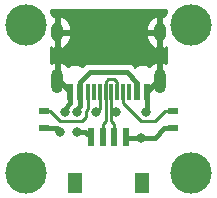
<source format=gtl>
G04 #@! TF.GenerationSoftware,KiCad,Pcbnew,(5.0.2)-1*
G04 #@! TF.CreationDate,2019-03-19T21:51:34-07:00*
G04 #@! TF.ProjectId,Unified-Daughterboard,556e6966-6965-4642-9d44-617567687465,rev?*
G04 #@! TF.SameCoordinates,Original*
G04 #@! TF.FileFunction,Copper,L1,Top*
G04 #@! TF.FilePolarity,Positive*
%FSLAX46Y46*%
G04 Gerber Fmt 4.6, Leading zero omitted, Abs format (unit mm)*
G04 Created by KiCad (PCBNEW (5.0.2)-1) date 3/19/2019 9:51:34 PM*
%MOMM*%
%LPD*%
G01*
G04 APERTURE LIST*
G04 #@! TA.AperFunction,ComponentPad*
%ADD10C,3.500000*%
G04 #@! TD*
G04 #@! TA.AperFunction,SMDPad,CuDef*
%ADD11R,0.600000X1.550000*%
G04 #@! TD*
G04 #@! TA.AperFunction,SMDPad,CuDef*
%ADD12R,1.200000X1.800000*%
G04 #@! TD*
G04 #@! TA.AperFunction,SMDPad,CuDef*
%ADD13R,0.900000X0.500000*%
G04 #@! TD*
G04 #@! TA.AperFunction,ComponentPad*
%ADD14O,1.000000X1.600000*%
G04 #@! TD*
G04 #@! TA.AperFunction,ComponentPad*
%ADD15O,1.000000X2.100000*%
G04 #@! TD*
G04 #@! TA.AperFunction,SMDPad,CuDef*
%ADD16R,0.300000X1.450000*%
G04 #@! TD*
G04 #@! TA.AperFunction,SMDPad,CuDef*
%ADD17R,0.600000X1.450000*%
G04 #@! TD*
G04 #@! TA.AperFunction,ViaPad*
%ADD18C,0.800000*%
G04 #@! TD*
G04 #@! TA.AperFunction,Conductor*
%ADD19C,0.250000*%
G04 #@! TD*
G04 #@! TA.AperFunction,Conductor*
%ADD20C,0.381000*%
G04 #@! TD*
G04 #@! TA.AperFunction,Conductor*
%ADD21C,0.254000*%
G04 #@! TD*
G04 APERTURE END LIST*
D10*
G04 #@! TO.P,MH1,1*
G04 #@! TO.N,GND*
X32000000Y-32000000D03*
G04 #@! TD*
G04 #@! TO.P,MH2,1*
G04 #@! TO.N,GND*
X46000000Y-32000000D03*
G04 #@! TD*
G04 #@! TO.P,MH3,1*
G04 #@! TO.N,GND*
X32000000Y-44500000D03*
G04 #@! TD*
G04 #@! TO.P,MH4,1*
G04 #@! TO.N,GND*
X46000000Y-44500000D03*
G04 #@! TD*
D11*
G04 #@! TO.P,J2,3*
G04 #@! TO.N,D+*
X39500000Y-41475000D03*
G04 #@! TO.P,J2,4*
G04 #@! TO.N,GND*
X40500000Y-41475000D03*
G04 #@! TO.P,J2,2*
G04 #@! TO.N,D-*
X38500000Y-41475000D03*
G04 #@! TO.P,J2,1*
G04 #@! TO.N,VCC*
X37500000Y-41475000D03*
D12*
G04 #@! TO.P,J2,*
G04 #@! TO.N,*
X36200000Y-45350000D03*
X41800000Y-45350000D03*
G04 #@! TD*
D13*
G04 #@! TO.P,R1,2*
G04 #@! TO.N,GND*
X33500000Y-40750000D03*
G04 #@! TO.P,R1,1*
G04 #@! TO.N,Net-(J1-Pad10)*
X33500000Y-39250000D03*
G04 #@! TD*
G04 #@! TO.P,R2,1*
G04 #@! TO.N,Net-(J1-Pad4)*
X44500000Y-39250000D03*
G04 #@! TO.P,R2,2*
G04 #@! TO.N,GND*
X44500000Y-40750000D03*
G04 #@! TD*
D14*
G04 #@! TO.P,J1,13*
G04 #@! TO.N,GND*
X34680000Y-32600000D03*
X43320000Y-32600000D03*
D15*
X34680000Y-36780000D03*
X43320000Y-36780000D03*
D16*
G04 #@! TO.P,J1,6*
G04 #@! TO.N,D+*
X39250000Y-37695000D03*
G04 #@! TO.P,J1,7*
G04 #@! TO.N,D-*
X38750000Y-37695000D03*
G04 #@! TO.P,J1,8*
G04 #@! TO.N,D+*
X38250000Y-37695000D03*
G04 #@! TO.P,J1,5*
G04 #@! TO.N,D-*
X39750000Y-37695000D03*
G04 #@! TO.P,J1,9*
G04 #@! TO.N,Net-(J1-Pad9)*
X37750000Y-37695000D03*
G04 #@! TO.P,J1,4*
G04 #@! TO.N,Net-(J1-Pad4)*
X40250000Y-37695000D03*
G04 #@! TO.P,J1,10*
G04 #@! TO.N,Net-(J1-Pad10)*
X37250000Y-37695000D03*
G04 #@! TO.P,J1,3*
G04 #@! TO.N,Net-(J1-Pad3)*
X40750000Y-37695000D03*
D17*
G04 #@! TO.P,J1,2*
G04 #@! TO.N,VCC*
X41450000Y-37695000D03*
G04 #@! TO.P,J1,11*
X36550000Y-37695000D03*
G04 #@! TO.P,J1,1*
G04 #@! TO.N,GND*
X42225000Y-37695000D03*
G04 #@! TO.P,J1,12*
X35775000Y-37695000D03*
G04 #@! TD*
D18*
G04 #@! TO.N,D+*
X37973000Y-39370000D03*
X39624000Y-39370000D03*
G04 #@! TO.N,GND*
X35306000Y-39370000D03*
X41783000Y-41529000D03*
X34925000Y-41021000D03*
X42164000Y-39370000D03*
G04 #@! TO.N,VCC*
X36322000Y-39370000D03*
X36322000Y-41021000D03*
G04 #@! TD*
D19*
G04 #@! TO.N,D+*
X38250000Y-37695000D02*
X38250000Y-39093000D01*
X38250000Y-39093000D02*
X37973000Y-39370000D01*
X39624000Y-39370000D02*
X39250000Y-39370000D01*
X39250000Y-37695000D02*
X39250000Y-39370000D01*
X39500000Y-40382000D02*
X39250000Y-40132000D01*
X39500000Y-41475000D02*
X39500000Y-40382000D01*
X39250000Y-39370000D02*
X39250000Y-40132000D01*
D20*
G04 #@! TO.N,GND*
X34860000Y-36780000D02*
X35775000Y-37695000D01*
X34680000Y-36780000D02*
X34860000Y-36780000D01*
X34680000Y-36780000D02*
X34680000Y-32600000D01*
X34680000Y-32600000D02*
X43320000Y-32600000D01*
X43320000Y-32600000D02*
X43320000Y-36780000D01*
X43140000Y-36780000D02*
X42225000Y-37695000D01*
X43320000Y-36780000D02*
X43140000Y-36780000D01*
X35775000Y-37695000D02*
X35775000Y-38520000D01*
X35775000Y-38520000D02*
X35775000Y-38647000D01*
X35775000Y-38647000D02*
X35306000Y-39116000D01*
X35306000Y-39116000D02*
X35306000Y-39370000D01*
X41783000Y-41529000D02*
X42926000Y-41529000D01*
X43705000Y-40750000D02*
X44500000Y-40750000D01*
X42926000Y-41529000D02*
X43705000Y-40750000D01*
X33500000Y-40750000D02*
X34654000Y-40750000D01*
X34654000Y-40750000D02*
X34925000Y-41021000D01*
X40554000Y-41529000D02*
X40500000Y-41475000D01*
X41783000Y-41529000D02*
X40554000Y-41529000D01*
X42225000Y-37695000D02*
X42225000Y-39309000D01*
X42225000Y-39309000D02*
X42164000Y-39370000D01*
D19*
G04 #@! TO.N,D-*
X38500000Y-40382000D02*
X38750000Y-40132000D01*
X38500000Y-41475000D02*
X38500000Y-40382000D01*
X38750000Y-37695000D02*
X38750000Y-40132000D01*
X38750000Y-37695000D02*
X38750000Y-36815000D01*
X38750000Y-36815000D02*
X38989000Y-36576000D01*
X38989000Y-36576000D02*
X39497000Y-36576000D01*
X39750000Y-36829000D02*
X39750000Y-37695000D01*
X39497000Y-36576000D02*
X39750000Y-36829000D01*
D20*
G04 #@! TO.N,VCC*
X41450000Y-36878000D02*
X41450000Y-37695000D01*
X40576500Y-36004500D02*
X41450000Y-36878000D01*
X37401500Y-36004500D02*
X40576500Y-36004500D01*
X36550000Y-36856000D02*
X37401500Y-36004500D01*
X36550000Y-37695000D02*
X36550000Y-36856000D01*
X36550000Y-37695000D02*
X36550000Y-38888000D01*
X36550000Y-38888000D02*
X36322000Y-39116000D01*
X36322000Y-39116000D02*
X36322000Y-39370000D01*
X37046000Y-41021000D02*
X37500000Y-41475000D01*
X36322000Y-41021000D02*
X37046000Y-41021000D01*
D19*
G04 #@! TO.N,Net-(J1-Pad10)*
X37250000Y-39077000D02*
X37250000Y-37695000D01*
X33500000Y-39250000D02*
X34043000Y-39250000D01*
X34043000Y-39250000D02*
X34925000Y-40132000D01*
X34925000Y-40132000D02*
X36739999Y-40132000D01*
X36739999Y-40132000D02*
X37084000Y-39787999D01*
X37084000Y-39787999D02*
X37084000Y-39243000D01*
X37084000Y-39243000D02*
X37250000Y-39077000D01*
G04 #@! TO.N,Net-(J1-Pad4)*
X43808000Y-39250000D02*
X42926000Y-40132000D01*
X44500000Y-39250000D02*
X43808000Y-39250000D01*
X40250000Y-38599000D02*
X41783000Y-40132000D01*
X40250000Y-37695000D02*
X40250000Y-38599000D01*
X42926000Y-40132000D02*
X41783000Y-40132000D01*
G04 #@! TD*
D21*
G04 #@! TO.N,GND*
G36*
X43873000Y-30920913D02*
X43773487Y-31113409D01*
X43735130Y-31246413D01*
X43621874Y-31205881D01*
X43447000Y-31332046D01*
X43447000Y-32473000D01*
X43467000Y-32473000D01*
X43467000Y-32727000D01*
X43447000Y-32727000D01*
X43447000Y-33867954D01*
X43621874Y-33994119D01*
X43844976Y-33914276D01*
X43873000Y-33896084D01*
X43873000Y-35233916D01*
X43844976Y-35215724D01*
X43621874Y-35135881D01*
X43447000Y-35262046D01*
X43447000Y-36653000D01*
X43467000Y-36653000D01*
X43467000Y-36907000D01*
X43447000Y-36907000D01*
X43447000Y-36927000D01*
X43193000Y-36927000D01*
X43193000Y-36907000D01*
X43173000Y-36907000D01*
X43173000Y-36653000D01*
X43193000Y-36653000D01*
X43193000Y-35262046D01*
X43018126Y-35135881D01*
X42795024Y-35215724D01*
X42607236Y-35337631D01*
X42462884Y-35478206D01*
X42344731Y-35399259D01*
X42170022Y-35326892D01*
X41984552Y-35290000D01*
X41795448Y-35290000D01*
X41609978Y-35326892D01*
X41435269Y-35399259D01*
X41278036Y-35504319D01*
X41260894Y-35521461D01*
X41188897Y-35449465D01*
X41163041Y-35417959D01*
X41037342Y-35314801D01*
X40893934Y-35238147D01*
X40738326Y-35190944D01*
X40617053Y-35179000D01*
X40617050Y-35179000D01*
X40576500Y-35175006D01*
X40535950Y-35179000D01*
X37442050Y-35179000D01*
X37401500Y-35175006D01*
X37360949Y-35179000D01*
X37360947Y-35179000D01*
X37239674Y-35190944D01*
X37084066Y-35238147D01*
X36940657Y-35314801D01*
X36846458Y-35392108D01*
X36846457Y-35392109D01*
X36814959Y-35417959D01*
X36789111Y-35449456D01*
X36728106Y-35510461D01*
X36721964Y-35504319D01*
X36564731Y-35399259D01*
X36390022Y-35326892D01*
X36204552Y-35290000D01*
X36015448Y-35290000D01*
X35829978Y-35326892D01*
X35655269Y-35399259D01*
X35537116Y-35478206D01*
X35392764Y-35337631D01*
X35204976Y-35215724D01*
X34981874Y-35135881D01*
X34807000Y-35262046D01*
X34807000Y-36653000D01*
X34827000Y-36653000D01*
X34827000Y-36907000D01*
X34807000Y-36907000D01*
X34807000Y-36927000D01*
X34553000Y-36927000D01*
X34553000Y-36907000D01*
X34533000Y-36907000D01*
X34533000Y-36653000D01*
X34553000Y-36653000D01*
X34553000Y-35262046D01*
X34378126Y-35135881D01*
X34155024Y-35215724D01*
X34127000Y-35233916D01*
X34127000Y-33896084D01*
X34155024Y-33914276D01*
X34378126Y-33994119D01*
X34553000Y-33867954D01*
X34553000Y-32727000D01*
X34807000Y-32727000D01*
X34807000Y-33867954D01*
X34981874Y-33994119D01*
X35204976Y-33914276D01*
X35392764Y-33792369D01*
X35553161Y-33636169D01*
X35680003Y-33451678D01*
X35768415Y-33245987D01*
X35815000Y-33027000D01*
X35815000Y-32727000D01*
X42185000Y-32727000D01*
X42185000Y-33027000D01*
X42231585Y-33245987D01*
X42319997Y-33451678D01*
X42446839Y-33636169D01*
X42607236Y-33792369D01*
X42795024Y-33914276D01*
X43018126Y-33994119D01*
X43193000Y-33867954D01*
X43193000Y-32727000D01*
X42185000Y-32727000D01*
X35815000Y-32727000D01*
X34807000Y-32727000D01*
X34553000Y-32727000D01*
X34533000Y-32727000D01*
X34533000Y-32473000D01*
X34553000Y-32473000D01*
X34553000Y-31332046D01*
X34807000Y-31332046D01*
X34807000Y-32473000D01*
X35815000Y-32473000D01*
X35815000Y-32173000D01*
X42185000Y-32173000D01*
X42185000Y-32473000D01*
X43193000Y-32473000D01*
X43193000Y-31332046D01*
X43018126Y-31205881D01*
X42795024Y-31285724D01*
X42607236Y-31407631D01*
X42446839Y-31563831D01*
X42319997Y-31748322D01*
X42231585Y-31954013D01*
X42185000Y-32173000D01*
X35815000Y-32173000D01*
X35768415Y-31954013D01*
X35680003Y-31748322D01*
X35553161Y-31563831D01*
X35392764Y-31407631D01*
X35204976Y-31285724D01*
X34981874Y-31205881D01*
X34807000Y-31332046D01*
X34553000Y-31332046D01*
X34378126Y-31205881D01*
X34263221Y-31247003D01*
X34201297Y-31052532D01*
X34127000Y-30913532D01*
X34127000Y-30710000D01*
X43873000Y-30710000D01*
X43873000Y-30920913D01*
X43873000Y-30920913D01*
G37*
X43873000Y-30920913D02*
X43773487Y-31113409D01*
X43735130Y-31246413D01*
X43621874Y-31205881D01*
X43447000Y-31332046D01*
X43447000Y-32473000D01*
X43467000Y-32473000D01*
X43467000Y-32727000D01*
X43447000Y-32727000D01*
X43447000Y-33867954D01*
X43621874Y-33994119D01*
X43844976Y-33914276D01*
X43873000Y-33896084D01*
X43873000Y-35233916D01*
X43844976Y-35215724D01*
X43621874Y-35135881D01*
X43447000Y-35262046D01*
X43447000Y-36653000D01*
X43467000Y-36653000D01*
X43467000Y-36907000D01*
X43447000Y-36907000D01*
X43447000Y-36927000D01*
X43193000Y-36927000D01*
X43193000Y-36907000D01*
X43173000Y-36907000D01*
X43173000Y-36653000D01*
X43193000Y-36653000D01*
X43193000Y-35262046D01*
X43018126Y-35135881D01*
X42795024Y-35215724D01*
X42607236Y-35337631D01*
X42462884Y-35478206D01*
X42344731Y-35399259D01*
X42170022Y-35326892D01*
X41984552Y-35290000D01*
X41795448Y-35290000D01*
X41609978Y-35326892D01*
X41435269Y-35399259D01*
X41278036Y-35504319D01*
X41260894Y-35521461D01*
X41188897Y-35449465D01*
X41163041Y-35417959D01*
X41037342Y-35314801D01*
X40893934Y-35238147D01*
X40738326Y-35190944D01*
X40617053Y-35179000D01*
X40617050Y-35179000D01*
X40576500Y-35175006D01*
X40535950Y-35179000D01*
X37442050Y-35179000D01*
X37401500Y-35175006D01*
X37360949Y-35179000D01*
X37360947Y-35179000D01*
X37239674Y-35190944D01*
X37084066Y-35238147D01*
X36940657Y-35314801D01*
X36846458Y-35392108D01*
X36846457Y-35392109D01*
X36814959Y-35417959D01*
X36789111Y-35449456D01*
X36728106Y-35510461D01*
X36721964Y-35504319D01*
X36564731Y-35399259D01*
X36390022Y-35326892D01*
X36204552Y-35290000D01*
X36015448Y-35290000D01*
X35829978Y-35326892D01*
X35655269Y-35399259D01*
X35537116Y-35478206D01*
X35392764Y-35337631D01*
X35204976Y-35215724D01*
X34981874Y-35135881D01*
X34807000Y-35262046D01*
X34807000Y-36653000D01*
X34827000Y-36653000D01*
X34827000Y-36907000D01*
X34807000Y-36907000D01*
X34807000Y-36927000D01*
X34553000Y-36927000D01*
X34553000Y-36907000D01*
X34533000Y-36907000D01*
X34533000Y-36653000D01*
X34553000Y-36653000D01*
X34553000Y-35262046D01*
X34378126Y-35135881D01*
X34155024Y-35215724D01*
X34127000Y-35233916D01*
X34127000Y-33896084D01*
X34155024Y-33914276D01*
X34378126Y-33994119D01*
X34553000Y-33867954D01*
X34553000Y-32727000D01*
X34807000Y-32727000D01*
X34807000Y-33867954D01*
X34981874Y-33994119D01*
X35204976Y-33914276D01*
X35392764Y-33792369D01*
X35553161Y-33636169D01*
X35680003Y-33451678D01*
X35768415Y-33245987D01*
X35815000Y-33027000D01*
X35815000Y-32727000D01*
X42185000Y-32727000D01*
X42185000Y-33027000D01*
X42231585Y-33245987D01*
X42319997Y-33451678D01*
X42446839Y-33636169D01*
X42607236Y-33792369D01*
X42795024Y-33914276D01*
X43018126Y-33994119D01*
X43193000Y-33867954D01*
X43193000Y-32727000D01*
X42185000Y-32727000D01*
X35815000Y-32727000D01*
X34807000Y-32727000D01*
X34553000Y-32727000D01*
X34533000Y-32727000D01*
X34533000Y-32473000D01*
X34553000Y-32473000D01*
X34553000Y-31332046D01*
X34807000Y-31332046D01*
X34807000Y-32473000D01*
X35815000Y-32473000D01*
X35815000Y-32173000D01*
X42185000Y-32173000D01*
X42185000Y-32473000D01*
X43193000Y-32473000D01*
X43193000Y-31332046D01*
X43018126Y-31205881D01*
X42795024Y-31285724D01*
X42607236Y-31407631D01*
X42446839Y-31563831D01*
X42319997Y-31748322D01*
X42231585Y-31954013D01*
X42185000Y-32173000D01*
X35815000Y-32173000D01*
X35768415Y-31954013D01*
X35680003Y-31748322D01*
X35553161Y-31563831D01*
X35392764Y-31407631D01*
X35204976Y-31285724D01*
X34981874Y-31205881D01*
X34807000Y-31332046D01*
X34553000Y-31332046D01*
X34378126Y-31205881D01*
X34263221Y-31247003D01*
X34201297Y-31052532D01*
X34127000Y-30913532D01*
X34127000Y-30710000D01*
X43873000Y-30710000D01*
X43873000Y-30920913D01*
G04 #@! TD*
M02*

</source>
